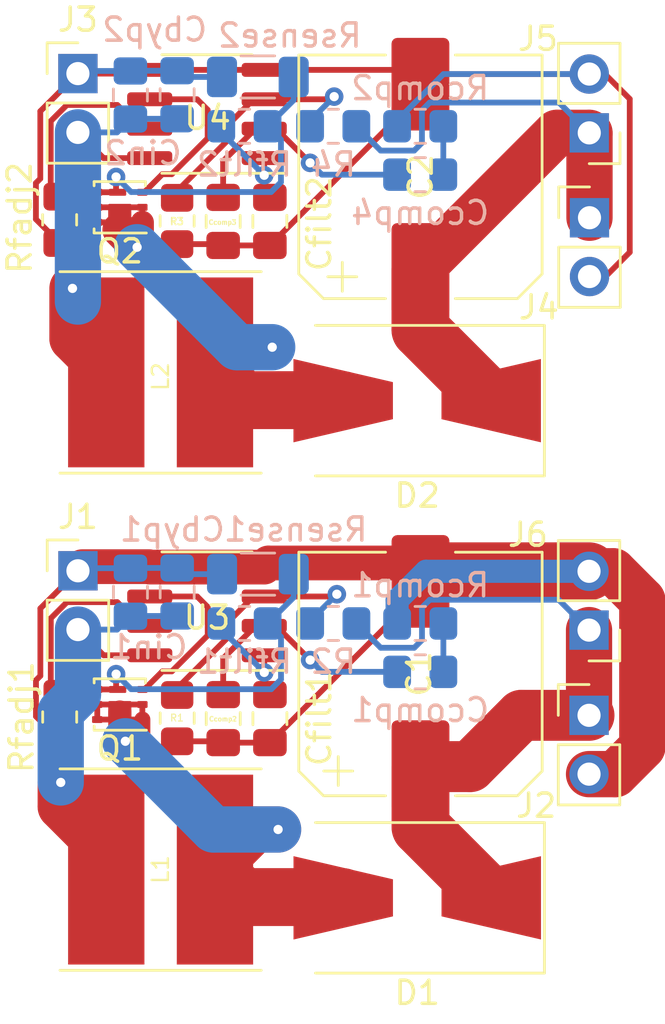
<source format=kicad_pcb>
(kicad_pcb (version 20211014) (generator pcbnew)
  (layers (0 "F.Cu" signal) (31 "B.Cu" signal) (34 "B.Paste" user) (35 "F.Paste" user) (36 "B.SilkS" user "B.Silkscreen") (37 "F.SilkS" user "F.Silkscreen") (38 "B.Mask" user) (39 "F.Mask" user) (44 "Edge.Cuts" user))
  (net 0 "")
  (net 1 "GND")
  (net 2 "Net-(C2-Pad1)")
  (net 3 "Net-(Cbyp1-Pad1)")
  (net 4 "Net-(Cbyp2-Pad1)")
  (net 5 "Net-(Ccomp1-Pad1)")
  (net 6 "Net-(Ccomp1-Pad2)")
  (net 7 "Net-(Ccomp3-Pad1)")
  (net 8 "Net-(Ccomp4-Pad2)")
  (net 9 "Net-(Cfilt1-Pad1)")
  (net 10 "Net-(Cfilt2-Pad1)")
  (net 11 "Net-(D1-Pad2)")
  (net 12 "Net-(D2-Pad2)")
  (net 13 "Net-(Q1-Pad3)")
  (net 14 "Net-(Q1-Pad4)")
  (net 15 "Net-(Q2-Pad3)")
  (net 16 "Net-(Q2-Pad4)")
  (net 17 "Net-(R1-Pad1)")
  (net 18 "Net-(R3-Pad1)")
  (net 19 "Net-(Rfadj1-Pad1)")
  (net 20 "Net-(Rfadj2-Pad1)")
  (net 21 "Net-(C1-Pad1)")
  (footprint "Connector_PinHeader_2.54mm:PinHeader_1x02_P2.54mm_Vertical" (layer "F.Cu") (at 25.38 19.425)
    (fp_text reference "J3" (at 0 -2.33) (layer "F.SilkS"))
    (fp_text value "Vin")
    (pad "1" thru_hole rect (at 0 0) (size 1.7 1.7) (drill 1) (layers *.Cu *.Mask) (net 1 "GND"))
    (pad "2" thru_hole oval (at 0 2.54) (size 1.7 1.7) (drill 1) (layers *.Cu *.Mask) (net 4 "Net-(Cbyp2-Pad1)"))
  )
  (footprint "Capacitor_SMD:C_0805_2012Metric_Pad1.18x1.45mm_HandSolder" (layer "F.Cu") (at 31.66 25.81 -90)
    (fp_text reference "Ccomp3" (at 0.04 0.03 180) (layer "F.SilkS") (effects (font (size 0.2 0.2) (thickness 0.05))))
    (fp_text value "2.2nF")
    (pad "1" smd roundrect (at -1.0375 0 270) (size 1.175 1.45) (layers "F.Cu" "F.Paste" "F.Mask") (roundrect_rratio 0.212766) (net 7 "Net-(Ccomp3-Pad1)"))
    (pad "2" smd roundrect (at 1.0375 0 270) (size 1.175 1.45) (layers "F.Cu" "F.Paste" "F.Mask") (roundrect_rratio 0.212766) (net 1 "GND"))
  )
  (footprint "Package_SON:Texas_DQK" (layer "F.Cu") (at 27.19 25.2 180)
    (fp_text reference "Q2" (at 0 -1.9) (layer "F.SilkS"))
    (fp_text value "CSD16301Q2")
    (pad "1" smd roundrect (at -0.975 -0.65 180) (size 0.45 0.3) (layers "F.Cu" "F.Paste" "F.Mask") (roundrect_rratio 0.167) (net 12 "Net-(D2-Pad2)"))
    (pad "2" smd roundrect (at -0.975 0 180) (size 0.45 0.3) (layers "F.Cu" "F.Paste" "F.Mask") (roundrect_rratio 0.167) (net 12 "Net-(D2-Pad2)"))
    (pad "3" smd roundrect (at -0.975 0.65 180) (size 0.45 0.3) (layers "F.Cu" "F.Paste" "F.Mask") (roundrect_rratio 0.167) (net 15 "Net-(Q2-Pad3)"))
    (pad "4" smd roundrect (at 0.975 0.65 180) (size 0.45 0.3) (layers "F.Cu" "F.Paste" "F.Mask") (roundrect_rratio 0.167) (net 16 "Net-(Q2-Pad4)"))
    (pad "5" smd roundrect (at 0.975 0 180) (size 0.45 0.3) (layers "F.Cu" "F.Paste" "F.Mask") (roundrect_rratio 0.167) (net 12 "Net-(D2-Pad2)"))
    (pad "6" smd roundrect (at 0.975 -0.65 180) (size 0.45 0.3) (layers "F.Cu" "F.Paste" "F.Mask") (roundrect_rratio 0.167) (net 12 "Net-(D2-Pad2)"))
    (pad "7" smd roundrect (at 0.095 0.65 180) (size 0.75 0.3) (layers "F.Cu" "F.Mask") (roundrect_rratio 0.167) (net 16 "Net-(Q2-Pad4)"))
    (pad "8" smd roundrect (at 0 -0.325 180) (size 1 0.95) (layers "F.Cu" "F.Mask") (roundrect_rratio 0.053) (net 12 "Net-(D2-Pad2)"))
  )
  (footprint "Capacitor_SMD:C_0805_2012Metric_Pad1.18x1.45mm_HandSolder" (layer "F.Cu") (at 33.68 25.81 -90)
    (fp_text reference "Cfilt2" (at 0.098 -2.134 90) (layer "F.SilkS"))
    (fp_text value "10ρF")
    (pad "1" smd roundrect (at -1.0375 0 270) (size 1.175 1.45) (layers "F.Cu" "F.Paste" "F.Mask") (roundrect_rratio 0.212766) (net 10 "Net-(Cfilt2-Pad1)"))
    (pad "2" smd roundrect (at 1.0375 0 270) (size 1.175 1.45) (layers "F.Cu" "F.Paste" "F.Mask") (roundrect_rratio 0.212766) (net 1 "GND"))
  )
  (footprint "Capacitor_SMD:C_0805_2012Metric_Pad1.18x1.45mm_HandSolder" (layer "F.Cu") (at 31.6625 47.2825 -90)
    (fp_text reference "Ccomp2" (at 0.0175 0.0125 180) (layer "F.SilkS") (effects (font (size 0.2 0.2) (thickness 0.05))))
    (fp_text value "1.0nF")
    (pad "1" smd roundrect (at -1.0375 0 270) (size 1.175 1.45) (layers "F.Cu" "F.Paste" "F.Mask") (roundrect_rratio 0.212766) (net 5 "Net-(Ccomp1-Pad1)"))
    (pad "2" smd roundrect (at 1.0375 0 270) (size 1.175 1.45) (layers "F.Cu" "F.Paste" "F.Mask") (roundrect_rratio 0.212766) (net 1 "GND"))
  )
  (footprint "Package_SON:Texas_DQK" (layer "F.Cu") (at 27.1925 46.6725 180)
    (fp_text reference "Q1" (at 0 -1.9) (layer "F.SilkS"))
    (fp_text value "CSD16301Q2")
    (pad "1" smd roundrect (at -0.975 -0.65 180) (size 0.45 0.3) (layers "F.Cu" "F.Paste" "F.Mask") (roundrect_rratio 0.167) (net 11 "Net-(D1-Pad2)"))
    (pad "2" smd roundrect (at -0.975 0 180) (size 0.45 0.3) (layers "F.Cu" "F.Paste" "F.Mask") (roundrect_rratio 0.167) (net 11 "Net-(D1-Pad2)"))
    (pad "3" smd roundrect (at -0.975 0.65 180) (size 0.45 0.3) (layers "F.Cu" "F.Paste" "F.Mask") (roundrect_rratio 0.167) (net 13 "Net-(Q1-Pad3)"))
    (pad "4" smd roundrect (at 0.975 0.65 180) (size 0.45 0.3) (layers "F.Cu" "F.Paste" "F.Mask") (roundrect_rratio 0.167) (net 14 "Net-(Q1-Pad4)"))
    (pad "5" smd roundrect (at 0.975 0 180) (size 0.45 0.3) (layers "F.Cu" "F.Paste" "F.Mask") (roundrect_rratio 0.167) (net 11 "Net-(D1-Pad2)"))
    (pad "6" smd roundrect (at 0.975 -0.65 180) (size 0.45 0.3) (layers "F.Cu" "F.Paste" "F.Mask") (roundrect_rratio 0.167) (net 11 "Net-(D1-Pad2)"))
    (pad "7" smd roundrect (at 0.095 0.65 180) (size 0.75 0.3) (layers "F.Cu" "F.Mask") (roundrect_rratio 0.167) (net 14 "Net-(Q1-Pad4)"))
    (pad "8" smd roundrect (at 0 -0.325 180) (size 1 0.95) (layers "F.Cu" "F.Mask") (roundrect_rratio 0.053) (net 11 "Net-(D1-Pad2)"))
  )
  (footprint "Resistor_SMD:R_0805_2012Metric_Pad1.20x1.40mm_HandSolder" (layer "F.Cu") (at 29.6725 47.2625 -90)
    (fp_text reference "R1" (at -0.0125 0.0125 180) (layer "F.SilkS") (effects (font (size 0.3 0.3) (thickness 0.05))))
    (fp_text value "1k")
    (pad "1" smd roundrect (at -1 0 270) (size 1.2 1.4) (layers "F.Cu" "F.Paste" "F.Mask") (roundrect_rratio 0.208333) (net 17 "Net-(R1-Pad1)"))
    (pad "2" smd roundrect (at 1 0 270) (size 1.2 1.4) (layers "F.Cu" "F.Paste" "F.Mask") (roundrect_rratio 0.208333) (net 1 "GND"))
  )
  (footprint "Package_SO:SOIC-8-1EP_3.9x4.9mm_P1.27mm_EP2.29x3mm" (layer "F.Cu") (at 30.96 21.17 180)
    (fp_text reference "U4" (at -0.028 -0.166) (layer "F.SilkS"))
    (fp_text value "LM3478MM")
    (pad "1" smd roundrect (at -2.475 -1.905 180) (size 1.95 0.6) (layers "F.Cu" "F.Paste" "F.Mask") (net 10 "Net-(Cfilt2-Pad1)"))
    (pad "2" smd roundrect (at -2.475 -0.635 180) (size 1.95 0.6) (layers "F.Cu" "F.Paste" "F.Mask") (net 7 "Net-(Ccomp3-Pad1)"))
    (pad "3" smd roundrect (at -2.475 0.635 180) (size 1.95 0.6) (layers "F.Cu" "F.Paste" "F.Mask") (net 18 "Net-(R3-Pad1)"))
    (pad "4" smd roundrect (at -2.475 1.905 180) (size 1.95 0.6) (layers "F.Cu" "F.Paste" "F.Mask") (net 1 "GND"))
    (pad "5" smd roundrect (at 2.475 1.905 180) (size 1.95 0.6) (layers "F.Cu" "F.Paste" "F.Mask") (net 1 "GND"))
    (pad "6" smd roundrect (at 2.475 0.635 180) (size 1.95 0.6) (layers "F.Cu" "F.Paste" "F.Mask") (net 15 "Net-(Q2-Pad3)"))
    (pad "7" smd roundrect (at 2.475 -0.635 180) (size 1.95 0.6) (layers "F.Cu" "F.Paste" "F.Mask") (net 20 "Net-(Rfadj2-Pad1)"))
    (pad "8" smd roundrect (at 2.475 -1.905 180) (size 1.95 0.6) (layers "F.Cu" "F.Paste" "F.Mask") (net 4 "Net-(Cbyp2-Pad1)"))
  )
  (footprint "Inductor_SMD:L_TDK_VLP8040" (layer "F.Cu") (at 28.956 32.33)
    (fp_text reference "L2" (at 0 0.182 90) (layer "F.SilkS") (effects (font (size 0.7 0.7) (thickness 0.1))))
    (fp_text value "3.3µH")
    (pad "1" smd rect (at -2.35 0) (size 3.3 8.2) (layers "F.Cu" "F.Paste" "F.Mask") (net 4 "Net-(Cbyp2-Pad1)"))
    (pad "2" smd rect (at 2.35 0) (size 3.3 8.2) (layers "F.Cu" "F.Paste" "F.Mask") (net 12 "Net-(D2-Pad2)"))
  )
  (footprint "Connector_PinHeader_2.54mm:PinHeader_1x02_P2.54mm_Vertical" (layer "F.Cu") (at 47.48 43.46 180)
    (fp_text reference "J6" (at 2.64 4.12) (layer "F.SilkS"))
    (fp_text value "Vout")
    (pad "1" thru_hole rect (at 0 0 180) (size 1.7 1.7) (drill 1) (layers *.Cu *.Mask) (net 21 "Net-(C1-Pad1)"))
    (pad "2" thru_hole oval (at 0 2.54 180) (size 1.7 1.7) (drill 1) (layers *.Cu *.Mask) (net 1 "GND"))
  )
  (footprint "Capacitor_SMD:CP_Elec_10x10" (layer "F.Cu") (at 40.19 23.8825 90)
    (fp_text reference "C2" (at -0.0075 0.01 90) (layer "F.SilkS"))
    (fp_text value "180.0μF")
    (pad "1" smd roundrect (at -4 0 90) (size 4 2.5) (layers "F.Cu" "F.Paste" "F.Mask") (roundrect_rratio 0.1) (net 2 "Net-(C2-Pad1)"))
    (pad "2" smd roundrect (at 4 0 90) (size 4 2.5) (layers "F.Cu" "F.Paste" "F.Mask") (roundrect_rratio 0.1) (net 1 "GND"))
  )
  (footprint "Capacitor_SMD:CP_Elec_10x10" (layer "F.Cu") (at 40.1925 45.355 90)
    (fp_text reference "C1" (at 0 -0.0605 90) (layer "F.SilkS"))
    (fp_text value "180.0μF")
    (pad "1" smd roundrect (at -4 0 90) (size 4 2.5) (layers "F.Cu" "F.Paste" "F.Mask") (roundrect_rratio 0.1) (net 21 "Net-(C1-Pad1)"))
    (pad "2" smd roundrect (at 4 0 90) (size 4 2.5) (layers "F.Cu" "F.Paste" "F.Mask") (roundrect_rratio 0.1) (net 1 "GND"))
  )
  (footprint "Resistor_SMD:R_0805_2012Metric_Pad1.20x1.40mm_HandSolder" (layer "F.Cu") (at 24.59 25.74 -90)
    (fp_text reference "Rfadj2" (at -0.086 1.73 90) (layer "F.SilkS"))
    (fp_text value "26.7k")
    (pad "1" smd roundrect (at -1 0 270) (size 1.2 1.4) (layers "F.Cu" "F.Paste" "F.Mask") (roundrect_rratio 0.208333) (net 20 "Net-(Rfadj2-Pad1)"))
    (pad "2" smd roundrect (at 1 0 270) (size 1.2 1.4) (layers "F.Cu" "F.Paste" "F.Mask") (roundrect_rratio 0.208333) (net 1 "GND"))
  )
  (footprint "Diode_SMD:D_SMB-SMC_Universal_Handsoldering" (layer "F.Cu") (at 40.05 33.55 180)
    (fp_text reference "D2" (at 0 -4.1) (layer "F.SilkS"))
    (fp_text value "D_Schottky")
    (pad "1" smd trapezoid (at -3.2 0 180) (size 4.3 2.6) (rect_delta 1 0) (layers "F.Cu" "F.Paste" "F.Mask") (net 2 "Net-(C2-Pad1)"))
    (pad "2" smd trapezoid (at 3.2 0) (size 4.3 2.6) (rect_delta 1 0) (layers "F.Cu" "F.Paste" "F.Mask") (net 12 "Net-(D2-Pad2)"))
  )
  (footprint "Capacitor_SMD:C_0805_2012Metric_Pad1.18x1.45mm_HandSolder" (layer "F.Cu") (at 33.6825 47.2825 -90)
    (fp_text reference "Cfilt1" (at 0 -2.1315 90) (layer "F.SilkS"))
    (fp_text value "10ρF")
    (pad "1" smd roundrect (at -1.0375 0 270) (size 1.175 1.45) (layers "F.Cu" "F.Paste" "F.Mask") (roundrect_rratio 0.212766) (net 9 "Net-(Cfilt1-Pad1)"))
    (pad "2" smd roundrect (at 1.0375 0 270) (size 1.175 1.45) (layers "F.Cu" "F.Paste" "F.Mask") (roundrect_rratio 0.212766) (net 1 "GND"))
  )
  (footprint "Resistor_SMD:R_0805_2012Metric_Pad1.20x1.40mm_HandSolder" (layer "F.Cu") (at 24.5925 47.2125 -90)
    (fp_text reference "Rfadj1" (at 0.0075 1.6525 90) (layer "F.SilkS"))
    (fp_text value "26.7k")
    (pad "1" smd roundrect (at -1 0 270) (size 1.2 1.4) (layers "F.Cu" "F.Paste" "F.Mask") (roundrect_rratio 0.208333) (net 19 "Net-(Rfadj1-Pad1)"))
    (pad "2" smd roundrect (at 1 0 270) (size 1.2 1.4) (layers "F.Cu" "F.Paste" "F.Mask") (roundrect_rratio 0.208333) (net 1 "GND"))
  )
  (footprint "Resistor_SMD:R_0805_2012Metric_Pad1.20x1.40mm_HandSolder" (layer "F.Cu") (at 29.67 25.79 -90)
    (fp_text reference "R3" (at 0.02 0.01) (layer "F.SilkS") (effects (font (size 0.3 0.3) (thickness 0.07))))
    (fp_text value "1k")
    (pad "1" smd roundrect (at -1 0 270) (size 1.2 1.4) (layers "F.Cu" "F.Paste" "F.Mask") (roundrect_rratio 0.208333) (net 18 "Net-(R3-Pad1)"))
    (pad "2" smd roundrect (at 1 0 270) (size 1.2 1.4) (layers "F.Cu" "F.Paste" "F.Mask") (roundrect_rratio 0.208333) (net 1 "GND"))
  )
  (footprint "Inductor_SMD:L_TDK_VLP8040" (layer "F.Cu") (at 28.956 53.8025)
    (fp_text reference "L1" (at -0.006 -0.0025 90) (layer "F.SilkS") (effects (font (size 0.7 0.7) (thickness 0.1))))
    (fp_text value "2.7µH")
    (pad "1" smd rect (at -2.35 0) (size 3.3 8.2) (layers "F.Cu" "F.Paste" "F.Mask") (net 3 "Net-(Cbyp1-Pad1)"))
    (pad "2" smd rect (at 2.35 0) (size 3.3 8.2) (layers "F.Cu" "F.Paste" "F.Mask") (net 11 "Net-(D1-Pad2)"))
  )
  (footprint "Connector_PinHeader_2.54mm:PinHeader_1x02_P2.54mm_Vertical" (layer "F.Cu") (at 47.5 25.65)
    (fp_text reference "J5" (at -2.23 -7.73) (layer "F.SilkS"))
    (fp_text value "Vout")
    (pad "1" thru_hole rect (at 0 0) (size 1.7 1.7) (drill 1) (layers *.Cu *.Mask) (net 2 "Net-(C2-Pad1)"))
    (pad "2" thru_hole oval (at 0 2.54) (size 1.7 1.7) (drill 1) (layers *.Cu *.Mask) (net 1 "GND"))
  )
  (footprint "Connector_PinHeader_2.54mm:PinHeader_1x02_P2.54mm_Vertical" (layer "F.Cu") (at 47.49 21.985 180)
    (fp_text reference "J4" (at 2.18 -7.535) (layer "F.SilkS"))
    (fp_text value "Vout")
    (pad "1" thru_hole rect (at 0 0 180) (size 1.7 1.7) (drill 1) (layers *.Cu *.Mask) (net 2 "Net-(C2-Pad1)"))
    (pad "2" thru_hole oval (at 0 2.54 180) (size 1.7 1.7) (drill 1) (layers *.Cu *.Mask) (net 1 "GND"))
  )
  (footprint "Package_SO:SOIC-8-1EP_3.9x4.9mm_P1.27mm_EP2.29x3mm" (layer "F.Cu") (at 30.9625 42.6425 180)
    (fp_text reference "U3" (at 0 -0.2775) (layer "F.SilkS"))
    (fp_text value "LM3478MM")
    (pad "1" smd roundrect (at -2.475 -1.905 180) (size 1.95 0.6) (layers "F.Cu" "F.Paste" "F.Mask") (net 9 "Net-(Cfilt1-Pad1)"))
    (pad "2" smd roundrect (at -2.475 -0.635 180) (size 1.95 0.6) (layers "F.Cu" "F.Paste" "F.Mask") (net 5 "Net-(Ccomp1-Pad1)"))
    (pad "3" smd roundrect (at -2.475 0.635 180) (size 1.95 0.6) (layers "F.Cu" "F.Paste" "F.Mask") (net 17 "Net-(R1-Pad1)"))
    (pad "4" smd roundrect (at -2.475 1.905 180) (size 1.95 0.6) (layers "F.Cu" "F.Paste" "F.Mask") (net 1 "GND"))
    (pad "5" smd roundrect (at 2.475 1.905 180) (size 1.95 0.6) (layers "F.Cu" "F.Paste" "F.Mask") (net 1 "GND"))
    (pad "6" smd roundrect (at 2.475 0.635 180) (size 1.95 0.6) (layers "F.Cu" "F.Paste" "F.Mask") (net 13 "Net-(Q1-Pad3)"))
    (pad "7" smd roundrect (at 2.475 -0.635 180) (size 1.95 0.6) (layers "F.Cu" "F.Paste" "F.Mask") (net 19 "Net-(Rfadj1-Pad1)"))
    (pad "8" smd roundrect (at 2.475 -1.905 180) (size 1.95 0.6) (layers "F.Cu" "F.Paste" "F.Mask") (net 3 "Net-(Cbyp1-Pad1)"))
  )
  (footprint "Connector_PinHeader_2.54mm:PinHeader_1x02_P2.54mm_Vertical" (layer "F.Cu") (at 25.3825 40.8975)
    (fp_text reference "J1" (at 0 -2.33) (layer "F.SilkS"))
    (fp_text value "Vin")
    (pad "1" thru_hole rect (at 0 0) (size 1.7 1.7) (drill 1) (layers *.Cu *.Mask) (net 1 "GND"))
    (pad "2" thru_hole oval (at 0 2.54) (size 1.7 1.7) (drill 1) (layers *.Cu *.Mask) (net 3 "Net-(Cbyp1-Pad1)"))
  )
  (footprint "Diode_SMD:D_SMB-SMC_Universal_Handsoldering" (layer "F.Cu") (at 40.0525 55.0225 180)
    (fp_text reference "D1" (at 0 -4.1) (layer "F.SilkS"))
    (fp_text value "D_Schottky")
    (pad "1" smd trapezoid (at -3.2 0 180) (size 4.3 2.6) (rect_delta 1 0) (layers "F.Cu" "F.Paste" "F.Mask") (net 21 "Net-(C1-Pad1)"))
    (pad "2" smd trapezoid (at 3.2 0) (size 4.3 2.6) (rect_delta 1 0) (layers "F.Cu" "F.Paste" "F.Mask") (net 11 "Net-(D1-Pad2)"))
  )
  (footprint "Connector_PinHeader_2.54mm:PinHeader_1x02_P2.54mm_Vertical" (layer "F.Cu") (at 47.48 47.14)
    (fp_text reference "J2" (at -2.28 3.9) (layer "F.SilkS"))
    (fp_text value "Vout")
    (pad "1" thru_hole rect (at 0 0) (size 1.7 1.7) (drill 1) (layers *.Cu *.Mask) (net 21 "Net-(C1-Pad1)"))
    (pad "2" thru_hole oval (at 0 2.54) (size 1.7 1.7) (drill 1) (layers *.Cu *.Mask) (net 1 "GND"))
  )
  (footprint "Resistor_SMD:R_0805_2012Metric_Pad1.20x1.40mm_HandSolder" (layer "B.Cu") (at 40.1825 45.2625)
    (fp_text reference "Ccomp1" (at 0 1.65) (layer "B.SilkS") (effects (justify mirror)))
    (fp_text value "18.0nF")
    (pad "1" smd roundrect (at -1 0) (size 1.2 1.4) (layers "B.Cu" "B.Paste" "B.Mask") (roundrect_rratio 0.208333) (net 5 "Net-(Ccomp1-Pad1)"))
    (pad "2" smd roundrect (at 1 0) (size 1.2 1.4) (layers "B.Cu" "B.Paste" "B.Mask") (roundrect_rratio 0.208333) (net 6 "Net-(Ccomp1-Pad2)"))
  )
  (footprint "Resistor_SMD:R_1206_3216Metric_Pad1.30x1.75mm_HandSolder" (layer "B.Cu") (at 33.1625 41.0425 180)
    (fp_text reference "Rsense1" (at -1.6355 1.9265) (layer "B.SilkS") (effects (justify mirror)))
    (fp_text value "16m")
    (pad "1" smd roundrect (at -1.55 0 180) (size 1.3 1.75) (layers "B.Cu" "B.Paste" "B.Mask") (roundrect_rratio 0.192308) (net 14 "Net-(Q1-Pad4)"))
    (pad "2" smd roundrect (at 1.55 0 180) (size 1.3 1.75) (layers "B.Cu" "B.Paste" "B.Mask") (roundrect_rratio 0.192308) (net 1 "GND"))
  )
  (footprint "Resistor_SMD:R_0805_2012Metric_Pad1.20x1.40mm_HandSolder" (layer "B.Cu") (at 40.18 21.7 180)
    (fp_text reference "Rcomp2" (at 0 1.65) (layer "B.SilkS") (effects (justify mirror)))
    (fp_text value "2.15k")
    (pad "1" smd roundrect (at -1 0 180) (size 1.2 1.4) (layers "B.Cu" "B.Paste" "B.Mask") (roundrect_rratio 0.208333) (net 8 "Net-(Ccomp4-Pad2)"))
    (pad "2" smd roundrect (at 1 0 180) (size 1.2 1.4) (layers "B.Cu" "B.Paste" "B.Mask") (roundrect_rratio 0.208333) (net 1 "GND"))
  )
  (footprint "Capacitor_SMD:C_0805_2012Metric_Pad1.18x1.45mm_HandSolder" (layer "B.Cu") (at 29.67 20.34 90)
    (fp_text reference "Cbyp2" (at 2.814 -0.968 180) (layer "B.SilkS") (effects (justify mirror)))
    (fp_text value "100nF")
    (pad "1" smd roundrect (at -1.0375 0 90) (size 1.175 1.45) (layers "B.Cu" "B.Paste" "B.Mask") (roundrect_rratio 0.212766) (net 4 "Net-(Cbyp2-Pad1)"))
    (pad "2" smd roundrect (at 1.0375 0 90) (size 1.175 1.45) (layers "B.Cu" "B.Paste" "B.Mask") (roundrect_rratio 0.212766) (net 1 "GND"))
  )
  (footprint "Capacitor_SMD:C_0805_2012Metric_Pad1.18x1.45mm_HandSolder" (layer "B.Cu") (at 27.6525 41.8225 90)
    (fp_text reference "Cin1" (at -2.3735 0.7955) (layer "B.SilkS") (effects (justify mirror)))
    (fp_text value "100µF")
    (pad "1" smd roundrect (at -1.0375 0 90) (size 1.175 1.45) (layers "B.Cu" "B.Paste" "B.Mask") (roundrect_rratio 0.212766) (net 3 "Net-(Cbyp1-Pad1)"))
    (pad "2" smd roundrect (at 1.0375 0 90) (size 1.175 1.45) (layers "B.Cu" "B.Paste" "B.Mask") (roundrect_rratio 0.212766) (net 1 "GND"))
  )
  (footprint "Resistor_SMD:R_0805_2012Metric_Pad1.20x1.40mm_HandSolder" (layer "B.Cu") (at 36.42 21.7)
    (fp_text reference "R4" (at 0 1.65) (layer "B.SilkS") (effects (justify mirror)))
    (fp_text value "3.74k")
    (pad "1" smd roundrect (at -1 0) (size 1.2 1.4) (layers "B.Cu" "B.Paste" "B.Mask") (roundrect_rratio 0.208333) (net 18 "Net-(R3-Pad1)"))
    (pad "2" smd roundrect (at 1 0) (size 1.2 1.4) (layers "B.Cu" "B.Paste" "B.Mask") (roundrect_rratio 0.208333) (net 2 "Net-(C2-Pad1)"))
  )
  (footprint "Resistor_SMD:R_0805_2012Metric_Pad1.20x1.40mm_HandSolder" (layer "B.Cu") (at 40.1825 43.1725 180)
    (fp_text reference "Rcomp1" (at 0 1.65) (layer "B.SilkS") (effects (justify mirror)))
    (fp_text value "2.74k")
    (pad "1" smd roundrect (at -1 0 180) (size 1.2 1.4) (layers "B.Cu" "B.Paste" "B.Mask") (roundrect_rratio 0.208333) (net 6 "Net-(Ccomp1-Pad2)"))
    (pad "2" smd roundrect (at 1 0 180) (size 1.2 1.4) (layers "B.Cu" "B.Paste" "B.Mask") (roundrect_rratio 0.208333) (net 1 "GND"))
  )
  (footprint "Resistor_SMD:R_1206_3216Metric_Pad1.30x1.75mm_HandSolder" (layer "B.Cu") (at 33.16 19.57 180)
    (fp_text reference "Rsense2" (at -1.384 1.79) (layer "B.SilkS") (effects (justify mirror)))
    (fp_text value "10m")
    (pad "1" smd roundrect (at -1.55 0 180) (size 1.3 1.75) (layers "B.Cu" "B.Paste" "B.Mask") (roundrect_rratio 0.192308) (net 16 "Net-(Q2-Pad4)"))
    (pad "2" smd roundrect (at 1.55 0 180) (size 1.3 1.75) (layers "B.Cu" "B.Paste" "B.Mask") (roundrect_rratio 0.192308) (net 1 "GND"))
  )
  (footprint "Capacitor_SMD:C_0805_2012Metric_Pad1.18x1.45mm_HandSolder" (layer "B.Cu") (at 29.6725 41.8125 90)
    (fp_text reference "Cbyp1" (at 2.6965 -0.2085 180) (layer "B.SilkS") (effects (justify mirror)))
    (fp_text value "100nF")
    (pad "1" smd roundrect (at -1.0375 0 90) (size 1.175 1.45) (layers "B.Cu" "B.Paste" "B.Mask") (roundrect_rratio 0.212766) (net 3 "Net-(Cbyp1-Pad1)"))
    (pad "2" smd roundrect (at 1.0375 0 90) (size 1.175 1.45) (layers "B.Cu" "B.Paste" "B.Mask") (roundrect_rratio 0.212766) (net 1 "GND"))
  )
  (footprint "Resistor_SMD:R_0805_2012Metric_Pad1.20x1.40mm_HandSolder" (layer "B.Cu") (at 36.4225 43.1725)
    (fp_text reference "R2" (at 0 1.65) (layer "B.SilkS") (effects (justify mirror)))
    (fp_text value "3.74k")
    (pad "1" smd roundrect (at -1 0) (size 1.2 1.4) (layers "B.Cu" "B.Paste" "B.Mask") (roundrect_rratio 0.208333) (net 17 "Net-(R1-Pad1)"))
    (pad "2" smd roundrect (at 1 0) (size 1.2 1.4) (layers "B.Cu" "B.Paste" "B.Mask") (roundrect_rratio 0.208333) (net 21 "Net-(C1-Pad1)"))
  )
  (footprint "Resistor_SMD:R_0805_2012Metric_Pad1.20x1.40mm_HandSolder" (layer "B.Cu") (at 40.18 23.79)
    (fp_text reference "Ccomp4" (at 0 1.65) (layer "B.SilkS") (effects (justify mirror)))
    (fp_text value "47.0nF")
    (pad "1" smd roundrect (at -1 0) (size 1.2 1.4) (layers "B.Cu" "B.Paste" "B.Mask") (roundrect_rratio 0.208333) (net 7 "Net-(Ccomp3-Pad1)"))
    (pad "2" smd roundrect (at 1 0) (size 1.2 1.4) (layers "B.Cu" "B.Paste" "B.Mask") (roundrect_rratio 0.208333) (net 8 "Net-(Ccomp4-Pad2)"))
  )
  (footprint "Capacitor_SMD:C_0805_2012Metric_Pad1.18x1.45mm_HandSolder" (layer "B.Cu") (at 27.65 20.35 90)
    (fp_text reference "Cin2" (at -2.51 0.544 180) (layer "B.SilkS") (effects (justify mirror)))
    (fp_text value "220µF")
    (pad "1" smd roundrect (at -1.0375 0 90) (size 1.175 1.45) (layers "B.Cu" "B.Paste" "B.Mask") (roundrect_rratio 0.212766) (net 4 "Net-(Cbyp2-Pad1)"))
    (pad "2" smd roundrect (at 1.0375 0 90) (size 1.175 1.45) (layers "B.Cu" "B.Paste" "B.Mask") (roundrect_rratio 0.212766) (net 1 "GND"))
  )
  (footprint "Resistor_SMD:R_0805_2012Metric_Pad1.20x1.40mm_HandSolder" (layer "B.Cu") (at 32.5825 43.1725)
    (fp_text reference "Rfilt1" (at 0 1.65) (layer "B.SilkS") (effects (justify mirror)))
    (fp_text value "100")
    (pad "1" smd roundrect (at -1 0) (size 1.2 1.4) (layers "B.Cu" "B.Paste" "B.Mask") (roundrect_rratio 0.208333) (net 9 "Net-(Cfilt1-Pad1)"))
    (pad "2" smd roundrect (at 1 0) (size 1.2 1.4) (layers "B.Cu" "B.Paste" "B.Mask") (roundrect_rratio 0.208333) (net 14 "Net-(Q1-Pad4)"))
  )
  (footprint "Resistor_SMD:R_0805_2012Metric_Pad1.20x1.40mm_HandSolder" (layer "B.Cu") (at 32.58 21.7)
    (fp_text reference "Rfilt2" (at 0 1.65) (layer "B.SilkS") (effects (justify mirror)))
    (fp_text value "100")
    (pad "1" smd roundrect (at -1 0) (size 1.2 1.4) (layers "B.Cu" "B.Paste" "B.Mask") (roundrect_rratio 0.208333) (net 10 "Net-(Cfilt2-Pad1)"))
    (pad "2" smd roundrect (at 1 0) (size 1.2 1.4) (layers "B.Cu" "B.Paste" "B.Mask") (roundrect_rratio 0.208333) (net 16 "Net-(Q2-Pad4)"))
  )
  (segment (start 33.4375 40.7375) (end 33.6145 40.5605) (width 1.5) (layer "F.Cu") (net 1))
  (segment (start 40.19 19.8825) (end 40.6275 19.445) (width 0.25) (layer "F.Cu") (net 1))
  (segment (start 31.6025 26.79) (end 31.66 26.8475) (width 0.25) (layer "F.Cu") (net 1))
  (segment (start 48.19 28.19) (end 49.24 27.14) (width 0.25) (layer "F.Cu") (net 1))
  (segment (start 40.6275 40.92) (end 47.48 40.92) (width 2.5) (layer "F.Cu") (net 1))
  (segment (start 40.1925 41.355) (end 40.6275 40.92) (width 0.25) (layer "F.Cu") (net 1))
  (segment (start 23.7575 42.5225) (end 23.7575 45.434327) (width 0.25) (layer "F.Cu") (net 1))
  (segment (start 33.6825 48.32) (end 40.1925 41.81) (width 0.25) (layer "F.Cu") (net 1))
  (segment (start 33.6145 40.5605) (end 39.398 40.5605) (width 1.5) (layer "F.Cu") (net 1))
  (segment (start 31.66 26.8475) (end 33.68 26.8475) (width 0.25) (layer "F.Cu") (net 1))
  (segment (start 28.485 19.265) (end 33.435 19.265) (width 0.25) (layer "F.Cu") (net 1))
  (segment (start 23.755 23.961827) (end 23.565 24.151827) (width 0.25) (layer "F.Cu") (net 1))
  (segment (start 39.5725 19.265) (end 40.19 19.8825) (width 0.25) (layer "F.Cu") (net 1))
  (segment (start 33.435 19.265) (end 39.5725 19.265) (width 0.25) (layer "F.Cu") (net 1))
  (segment (start 49.24 27.14) (end 49.24 20.52) (width 0.25) (layer "F.Cu") (net 1))
  (segment (start 40.1925 41.81) (end 40.1925 41.355) (width 0.25) (layer "F.Cu") (net 1))
  (segment (start 28.485 19.265) (end 28.325 19.425) (width 0.25) (layer "F.Cu") (net 1))
  (segment (start 25.3825 40.8975) (end 23.7575 42.5225) (width 0.25) (layer "F.Cu") (net 1))
  (segment (start 49.24 20.52) (end 48.165 19.445) (width 0.25) (layer "F.Cu") (net 1))
  (segment (start 31.605 48.2625) (end 31.6625 48.32) (width 0.25) (layer "F.Cu") (net 1))
  (segment (start 47.48 40.92) (end 48.53 40.92) (width 2) (layer "F.Cu") (net 1))
  (segment (start 47.5 28.19) (end 48.19 28.19) (width 0.25) (layer "F.Cu") (net 1))
  (segment (start 23.755 21.05) (end 23.755 23.961827) (width 0.25) (layer "F.Cu") (net 1))
  (segment (start 23.5675 45.624327) (end 23.5675 47.1875) (width 0.25) (layer "F.Cu") (net 1))
  (segment (start 40.1925 41.355) (end 40.63 40.9175) (width 1) (layer "F.Cu") (net 1))
  (segment (start 23.5675 47.1875) (end 24.5925 48.2125) (width 0.25) (layer "F.Cu") (net 1))
  (segment (start 48.165 19.445) (end 47.49 19.445) (width 0.25) (layer "F.Cu") (net 1))
  (segment (start 28.325 19.425) (end 25.38 19.425) (width 0.25) (layer "F.Cu") (net 1))
  (segment (start 23.565 25.715) (end 24.59 26.74) (width 0.25) (layer "F.Cu") (net 1))
  (segment (start 23.565 24.151827) (end 23.565 25.715) (width 0.25) (layer "F.Cu") (net 1))
  (segment (start 31.6625 48.32) (end 33.6825 48.32) (width 0.25) (layer "F.Cu") (net 1))
  (segment (start 49.784 48.506) (end 48.61 49.68) (width 2) (layer "F.Cu") (net 1))
  (segment (start 25.56 40.72) (end 25.3825 40.8975) (width 1) (layer "F.Cu") (net 1))
  (segment (start 48.53 40.92) (end 49.784 42.174) (width 2) (layer "F.Cu") (net 1))
  (segment (start 33.68 26.8475) (end 40.19 20.3375) (width 0.25) (layer "F.Cu") (net 1))
  (segment (start 28.4875 40.7375) (end 33.4375 40.7375) (width 1.5) (layer "F.Cu") (net 1))
  (segment (start 40.19 20.3375) (end 40.19 19.8825) (width 0.25) (layer "F.Cu") (net 1))
  (segment (start 49.784 42.174) (end 49.784 48.506) (width 2) (layer "F.Cu") (net 1))
  (segment (start 25.38 19.425) (end 23.755 21.05) (width 0.25) (layer "F.Cu") (net 1))
  (segment (start 29.6725 48.2625) (end 31.605 48.2625) (width 0.25) (layer "F.Cu") (net 1))
  (segment (start 28.47 40.72) (end 25.56 40.72) (width 1.5) (layer "F.Cu") (net 1))
  (segment (start 23.7575 45.434327) (end 23.5675 45.624327) (width 0.25) (layer "F.Cu") (net 1))
  (segment (start 40.6275 19.445) (end 47.49 19.445) (width 0.25) (layer "F.Cu") (net 1))
  (segment (start 29.67 26.79) (end 31.6025 26.79) (width 0.25) (layer "F.Cu") (net 1))
  (segment (start 48.61 49.68) (end 47.48 49.68) (width 2) (layer "F.Cu") (net 1))
  (segment (start 28.4875 40.7375) (end 28.47 40.72) (width 1) (layer "F.Cu") (net 1))
  (segment (start 39.398 40.5605) (end 40.1925 41.355) (width 1.5) (layer "F.Cu") (net 1))
  (segment (start 39.1825 42.1675) (end 40.4325 40.9175) (width 1) (layer "B.Cu") (net 1))
  (segment (start 25.4925 19.3125) (end 25.38 19.425) (width 0.25) (layer "B.Cu") (net 1))
  (segment (start 41.186137 19.445) (end 47.49 19.445) (width 0.25) (layer "B.Cu") (net 1))
  (segment (start 39.18 21.7) (end 39.18 21.451137) (width 0.25) (layer "B.Cu") (net 1))
  (segment (start 31.6125 41.0425) (end 29.94 41.0425) (width 0.25) (layer "B.Cu") (net 1))
  (segment (start 29.94 41.0425) (end 29.6725 40.775) (width 0.25) (layer "B.Cu") (net 1))
  (segment (start 31.61 19.57) (end 29.9375 19.57) (width 0.25) (layer "B.Cu") (net 1))
  (segment (start 25.495 40.785) (end 25.3825 40.8975) (width 0.25) (layer "B.Cu") (net 1))
  (segment (start 27.6525 40.785) (end 25.495 40.785) (width 0.25) (layer "B.Cu") (net 1))
  (segment (start 40.435 40.92) (end 47.48 40.92) (width 1) (layer "B.Cu") (net 1))
  (segment (start 27.65 19.3125) (end 25.4925 19.3125) (width 0.25) (layer "B.Cu") (net 1))
  (segment (start 39.1825 43.1725) (end 39.1825 42.1675) (width 1) (layer "B.Cu") (net 1))
  (segment (start 29.67 19.3025) (end 27.66 19.3025) (width 0.25) (layer "B.Cu") (net 1))
  (segment (start 27.66 19.3025) (end 27.65 19.3125) (width 0.25) (layer "B.Cu") (net 1))
  (segment (start 29.9375 19.57) (end 29.67 19.3025) (width 0.25) (layer "B.Cu") (net 1))
  (segment (start 40.4325 40.9175) (end 40.435 40.92) (width 1) (layer "B.Cu") (net 1))
  (segment (start 39.18 21.451137) (end 41.186137 19.445) (width 0.25) (layer "B.Cu") (net 1))
  (segment (start 29.6725 40.775) (end 27.6625 40.775) (width 0.25) (layer "B.Cu") (net 1))
  (segment (start 27.6625 40.775) (end 27.6525 40.785) (width 0.25) (layer "B.Cu") (net 1))
  (segment (start 47.5 25.65) (end 47.5 21.995) (width 2) (layer "F.Cu") (net 2))
  (segment (start 46.0875 21.985) (end 40.19 27.8825) (width 2) (layer "F.Cu") (net 2))
  (segment (start 40.19 30.49) (end 43.25 33.55) (width 2.5) (layer "F.Cu") (net 2))
  (segment (start 47.49 21.985) (end 46.0875 21.985) (width 2) (layer "F.Cu") (net 2))
  (segment (start 47.5 21.995) (end 47.49 21.985) (width 2) (layer "F.Cu") (net 2))
  (segment (start 40.19 27.8825) (end 40.19 30.49) (width 2.5) (layer "F.Cu") (net 2))
  (segment (start 39.92 22.75) (end 40.255 22.415) (width 0.25) (layer "B.Cu") (net 2))
  (segment (start 40.255 21.011827) (end 40.591827 20.675) (width 0.25) (layer "B.Cu") (net 2))
  (segment (start 40.591827 20.675) (end 46.18 20.675) (width 0.25) (layer "B.Cu") (net 2))
  (segment (start 40.255 22.415) (end 40.255 21.011827) (width 0.25) (layer "B.Cu") (net 2))
  (segment (start 46.18 20.675) (end 47.49 21.985) (width 0.25) (layer "B.Cu") (net 2))
  (segment (start 37.42 21.7) (end 38.47 22.75) (width 0.25) (layer "B.Cu") (net 2))
  (segment (start 38.47 22.75) (end 39.92 22.75) (width 0.25) (layer "B.Cu") (net 2))
  (segment (start 26.4925 44.5475) (end 28.4875 44.5475) (width 0.25) (layer "F.Cu") (net 3))
  (segment (start 26.606 53.046) (end 24.638 51.078) (width 2) (layer "F.Cu") (net 3))
  (segment (start 25.3825 43.4375) (end 26.4925 44.5475) (width 0.25) (layer "F.Cu") (net 3))
  (segment (start 24.638 51.078) (end 24.638 50.038) (width 2) (layer "F.Cu") (net 3))
  (segment (start 26.606 53.8025) (end 26.606 53.046) (width 2) (layer "F.Cu") (net 3))
  (via (at 24.638 50.038) (size 0.8) (drill 0.4) (layers "F.Cu" "B.Cu") (net 3))
  (segment (start 25.3825 46.2455) (end 24.638 46.99) (width 2) (layer "B.Cu") (net 3))
  (segment (start 25.3825 43.4375) (end 25.3825 46.2455) (width 2) (layer "B.Cu") (net 3))
  (segment (start 27.6625 42.85) (end 27.6525 42.86) (width 0.25) (layer "B.Cu") (net 3))
  (segment (start 24.638 46.99) (end 24.638 50.038) (width 2) (layer "B.Cu") (net 3))
  (segment (start 29.6725 42.85) (end 27.6625 42.85) (width 0.25) (layer "B.Cu") (net 3))
  (segment (start 27.6525 42.86) (end 27.075 43.4375) (width 0.25) (layer "B.Cu") (net 3))
  (segment (start 27.075 43.4375) (end 25.3825 43.4375) (width 0.25) (layer "B.Cu") (net 3))
  (segment (start 25.146 30.87) (end 25.146 28.702) (width 2) (layer "F.Cu") (net 4))
  (segment (start 26.606 32.33) (end 25.146 30.87) (width 2) (layer "F.Cu") (net 4))
  (segment (start 25.38 21.965) (end 26.49 23.075) (width 0.25) (layer "F.Cu") (net 4))
  (segment (start 26.49 23.075) (end 28.485 23.075) (width 0.25) (layer "F.Cu") (net 4))
  (via (at 25.146 28.702) (size 0.8) (drill 0.4) (layers "F.Cu" "B.Cu") (net 4))
  (segment (start 25.146 29.036) (end 25.146 28.702) (width 0.25) (layer "B.Cu") (net 4))
  (segment (start 29.67 21.3775) (end 27.66 21.3775) (width 0.25) (layer "B.Cu") (net 4))
  (segment (start 25.38 29.27) (end 25.146 29.036) (width 0.25) (layer "B.Cu") (net 4))
  (segment (start 27.66 21.3775) (end 27.65 21.3875) (width 0.25) (layer "B.Cu") (net 4))
  (segment (start 27.65 21.3875) (end 27.0725 21.965) (width 0.25) (layer "B.Cu") (net 4))
  (segment (start 27.0725 21.965) (end 25.38 21.965) (width 0.25) (layer "B.Cu") (net 4))
  (segment (start 25.38 21.965) (end 25.38 29.27) (width 2) (layer "B.Cu") (net 4))
  (segment (start 33.9475 43.2775) (end 35.4225 44.7525) (width 0.25) (layer "F.Cu") (net 5))
  (segment (start 33.4375 43.2775) (end 33.9475 43.2775) (width 0.25) (layer "F.Cu") (net 5))
  (segment (start 31.6625 44.675749) (end 33.060749 43.2775) (width 0.25) (layer "F.Cu") (net 5))
  (segment (start 33.060749 43.2775) (end 33.4375 43.2775) (width 0.25) (layer "F.Cu") (net 5))
  (segment (start 31.6625 46.245) (end 31.6625 44.675749) (width 0.25) (layer "F.Cu") (net 5))
  (via (at 35.4225 44.7525) (size 0.8) (drill 0.4) (layers "F.Cu" "B.Cu") (net 5))
  (segment (start 35.9325 45.2625) (end 39.1825 45.2625) (width 0.25) (layer "B.Cu") (net 5))
  (segment (start 35.4225 44.7525) (end 35.9325 45.2625) (width 0.25) (layer "B.Cu") (net 5))
  (segment (start 41.1825 45.1325) (end 41.1825 43.1725) (width 0.25) (layer "B.Cu") (net 6))
  (segment (start 31.66 23.203249) (end 33.058249 21.805) (width 0.25) (layer "F.Cu") (net 7))
  (segment (start 33.945 21.805) (end 35.42 23.28) (width 0.25) (layer "F.Cu") (net 7))
  (segment (start 31.66 24.7725) (end 31.66 23.203249) (width 0.25) (layer "F.Cu") (net 7))
  (segment (start 33.058249 21.805) (end 33.435 21.805) (width 0.25) (layer "F.Cu") (net 7))
  (segment (start 33.435 21.805) (end 33.945 21.805) (width 0.25) (layer "F.Cu") (net 7))
  (via (at 35.42 23.28) (size 0.8) (drill 0.4) (layers "F.Cu" "B.Cu") (net 7))
  (segment (start 35.42 23.28) (end 35.93 23.79) (width 0.25) (layer "B.Cu") (net 7))
  (segment (start 35.93 23.79) (end 39.18 23.79) (width 0.25) (layer "B.Cu") (net 7))
  (segment (start 41.18 23.66) (end 41.18 21.7) (width 0.25) (layer "B.Cu") (net 8))
  (segment (start 33.4375 44.5475) (end 33.4375 45.2875) (width 0.25) (layer "F.Cu") (net 9))
  (segment (start 33.4375 46) (end 33.6825 46.245) (width 0.25) (layer "F.Cu") (net 9))
  (segment (start 33.4375 45.2875) (end 33.4375 46) (width 0.25) (layer "F.Cu") (net 9))
  (via (at 33.4375 45.2875) (size 0.8) (drill 0.4) (layers "F.Cu" "B.Cu") (net 9))
  (segment (start 31.5825 43.4325) (end 33.4375 45.2875) (width 0.25) (layer "B.Cu") (net 9))
  (segment (start 31.5825 43.1725) (end 31.5825 43.4325) (width 0.25) (layer "B.Cu") (net 9))
  (segment (start 33.435 24.5275) (end 33.68 24.7725) (width 0.25) (layer "F.Cu") (net 10))
  (segment (start 33.435 23.075) (end 33.435 23.815) (width 0.25) (layer "F.Cu") (net 10))
  (segment (start 33.435 23.815) (end 33.435 24.5275) (width 0.25) (layer "F.Cu") (net 10))
  (via (at 33.435 23.815) (size 0.8) (drill 0.4) (layers "F.Cu" "B.Cu") (net 10))
  (segment (start 31.58 21.7) (end 31.58 21.96) (width 0.25) (layer "B.Cu") (net 10))
  (segment (start 31.58 21.96) (end 33.435 23.815) (width 0.25) (layer "B.Cu") (net 10))
  (segment (start 27.1925 46.9975) (end 27.1925 48.0205) (width 1) (layer "F.Cu") (net 11))
  (segment (start 27.5175 47.3225) (end 27.1925 46.9975) (width 0.25) (layer "F.Cu") (net 11))
  (segment (start 28.1675 46.6725) (end 27.5175 46.6725) (width 0.25) (layer "F.Cu") (net 11))
  (segment (start 31.306 53.8025) (end 32.4935 54.99) (width 2.5) (layer "F.Cu") (net 11))
  (segment (start 27.4585 48.2865) (end 28.1675 48.2865) (width 0.25) (layer "F.Cu") (net 11))
  (segment (start 33.0385 52.07) (end 31.306 53.8025) (width 2) (layer "F.Cu") (net 11))
  (segment (start 26.8675 47.3225) (end 27.1925 46.9975) (width 0.25) (layer "F.Cu") (net 11))
  (segment (start 28.1675 48.7415) (end 28.1675 48.2865) (width 0.69) (layer "F.Cu") (net 11))
  (segment (start 27.432 48.26) (end 27.4585 48.2865) (width 1) (layer "F.Cu") (net 11))
  (segment (start 28.1675 47.3225) (end 27.5175 47.3225) (width 0.25) (layer "F.Cu") (net 11))
  (segment (start 32.4935 54.99) (end 36.82 54.99) (width 2.5) (layer "F.Cu") (net 11))
  (segment (start 31.306 53.8025) (end 31.306 51.88) (width 0.69) (layer "F.Cu") (net 11))
  (segment (start 26.2175 46.6725) (end 26.8675 46.6725) (width 0.25) (layer "F.Cu") (net 11))
  (segment (start 26.2175 47.3225) (end 26.8675 47.3225) (width 0.25) (layer "F.Cu") (net 11))
  (segment (start 28.1675 48.2865) (end 28.1675 47.3225) (width 0.69) (layer "F.Cu") (net 11))
  (segment (start 26.2175 46.6725) (end 26.2175 47.3225) (width 0.25) (layer "F.Cu") (net 11))
  (segment (start 34.036 52.07) (end 33.0385 52.07) (width 2) (layer "F.Cu") (net 11))
  (segment (start 27.1925 48.0205) (end 27.432 48.26) (width 0.25) (layer "F.Cu") (net 11))
  (segment (start 26.8675 46.6725) (end 27.1925 46.9975) (width 0.25) (layer "F.Cu") (net 11))
  (segment (start 36.82 54.99) (end 36.8525 55.0225) (width 2.5) (layer "F.Cu") (net 11))
  (segment (start 27.5175 46.6725) (end 27.1925 46.9975) (width 0.25) (layer "F.Cu") (net 11))
  (segment (start 31.306 51.88) (end 28.1675 48.7415) (width 0.69) (layer "F.Cu") (net 11))
  (segment (start 28.1675 47.3225) (end 28.1675 46.6725) (width 0.25) (layer "F.Cu") (net 11))
  (via (at 34.036 52.07) (size 0.8) (drill 0.4) (layers "F.Cu" "B.Cu") (net 11))
  (via (at 27.432 48.26) (size 0.8) (drill 0.4) (layers "F.Cu" "B.Cu") (net 11))
  (segment (start 31.242 52.07) (end 34.036 52.07) (width 2) (layer "B.Cu") (net 11))
  (segment (start 27.432 48.26) (end 31.242 52.07) (width 2) (layer "B.Cu") (net 11))
  (segment (start 26.215 25.2) (end 26.865 25.2) (width 0.25) (layer "F.Cu") (net 12))
  (segment (start 31.306 29.126) (end 30.694 29.738) (width 1) (layer "F.Cu") (net 12))
  (segment (start 26.865 25.2) (end 27.19 25.525) (width 0.25) (layer "F.Cu") (net 12))
  (segment (start 32.694 32.33) (end 31.306 32.33) (width 0.25) (layer "F.Cu") (net 12))
  (segment (start 33.782 31.242) (end 32.694 32.33) (width 0.25) (layer "F.Cu") (net 12))
  (segment (start 26.865 25.85) (end 27.19 25.525) (width 0.25) (layer "F.Cu") (net 12))
  (segment (start 28.165 25.85) (end 27.515 25.85) (width 0.25) (layer "F.Cu") (net 12))
  (segment (start 27.515 25.85) (end 27.19 25.525) (width 0.25) (layer "F.Cu") (net 12))
  (segment (start 27.19 26.174) (end 27.94 26.924) (width 1.5) (layer "F.Cu") (net 12))
  (segment (start 30.694 29.738) (end 28.165 27.209) (width 0.69) (layer "F.Cu") (net 12))
  (segment (start 27.19 25.525) (end 27.19 26.174) (width 0.25) (layer "F.Cu") (net 12))
  (segment (start 26.215 25.2) (end 26.215 25.85) (width 0.25) (layer "F.Cu") (net 12))
  (segment (start 26.215 25.85) (end 26.865 25.85) (width 0.25) (layer "F.Cu") (net 12))
  (segment (start 28.165 25.85) (end 28.165 25.2) (width 0.25) (layer "F.Cu") (net 12))
  (segment (start 36.828 33.528) (end 36.85 33.55) (width 2.5) (layer "F.Cu") (net 12))
  (segment (start 28.165 27.209) (end 28.165 25.85) (width 1) (layer "F.Cu") (net 12))
  (segment (start 27.515 25.2) (end 27.19 25.525) (width 0.25) (layer "F.Cu") (net 12))
  (segment (start 28.165 25.2) (end 27.515 25.2) (width 0.25) (layer "F.Cu") (net 12))
  (segment (start 31.306 32.33) (end 32.504 33.528) (width 2.5) (layer "F.Cu") (net 12))
  (segment (start 31.306 32.33) (end 31.306 29.126) (width 1) (layer "F.Cu") (net 12))
  (segment (start 32.504 33.528) (end 36.828 33.528) (width 2.5) (layer "F.Cu") (net 12))
  (via (at 27.94 26.924) (size 0.8) (drill 0.4) (layers "F.Cu" "B.Cu") (net 12))
  (via (at 33.782 31.242) (size 0.8) (drill 0.4) (layers "F.Cu" "B.Cu") (net 12))
  (segment (start 27.94 26.924) (end 32.258 31.242) (width 2) (layer "B.Cu") (net 12))
  (segment (start 32.258 31.242) (end 33.782 31.242) (width 2) (layer "B.Cu") (net 12))
  (segment (start 28.2525 46.0225) (end 29.0325 45.2425) (width 0.25) (layer "F.Cu") (net 13))
  (segment (start 30.9925 42.4625) (end 30.5375 42.0075) (width 0.25) (layer "F.Cu") (net 13))
  (segment (start 29.0325 45.2425) (end 29.439251 45.2425) (width 0.25) (layer "F.Cu") (net 13))
  (segment (start 29.439251 45.2425) (end 30.9925 43.689251) (width 0.25) (layer "F.Cu") (net 13))
  (segment (start 28.1675 46.0225) (end 28.2525 46.0225) (width 0.25) (layer "F.Cu") (net 13))
  (segment (start 30.9925 43.689251) (end 30.9925 42.4625) (width 0.25) (layer "F.Cu") (net 13))
  (segment (start 30.5375 42.0075) (end 28.4875 42.0075) (width 0.25) (layer "F.Cu") (net 13))
  (segment (start 27.0325 45.9575) (end 27.0975 46.0225) (width 0.25) (layer "F.Cu") (net 14))
  (segment (start 27.0325 45.3625) (end 27.0325 45.9575) (width 0.25) (layer "F.Cu") (net 14))
  (segment (start 27.0975 46.0225) (end 26.2175 46.0225) (width 0.25) (layer "F.Cu") (net 14))
  (via (at 27.0325 45.3625) (size 0.8) (drill 0.4) (layers "F.Cu" "B.Cu") (net 14))
  (segment (start 34.162 43.752) (end 34.162 45.587598) (width 0.25) (layer "B.Cu") (net 14))
  (segment (start 33.737598 46.012) (end 27.682 46.012) (width 0.25) (layer "B.Cu") (net 14))
  (segment (start 33.5825 43.1725) (end 34.7125 42.0425) (width 0.25) (layer "B.Cu") (net 14))
  (segment (start 27.682 46.012) (end 27.0325 45.3625) (width 0.25) (layer "B.Cu") (net 14))
  (segment (start 34.7125 42.0425) (end 34.7125 41.0425) (width 0.25) (layer "B.Cu") (net 14))
  (segment (start 34.162 45.587598) (end 33.737598 46.012) (width 0.25) (layer "B.Cu") (net 14))
  (segment (start 33.5825 43.1725) (end 34.162 43.752) (width 0.25) (layer "B.Cu") (net 14))
  (segment (start 30.99 22.216751) (end 30.99 20.99) (width 0.25) (layer "F.Cu") (net 15))
  (segment (start 29.436751 23.77) (end 30.99 22.216751) (width 0.25) (layer "F.Cu") (net 15))
  (segment (start 30.99 20.99) (end 30.535 20.535) (width 0.25) (layer "F.Cu") (net 15))
  (segment (start 30.535 20.535) (end 28.485 20.535) (width 0.25) (layer "F.Cu") (net 15))
  (segment (start 28.165 24.55) (end 28.25 24.55) (width 0.25) (layer "F.Cu") (net 15))
  (segment (start 29.03 23.77) (end 29.436751 23.77) (width 0.25) (layer "F.Cu") (net 15))
  (segment (start 28.25 24.55) (end 29.03 23.77) (width 0.25) (layer "F.Cu") (net 15))
  (segment (start 27.03 23.89) (end 27.03 24.485) (width 0.25) (layer "F.Cu") (net 16))
  (segment (start 27.03 24.485) (end 27.095 24.55) (width 0.25) (layer "F.Cu") (net 16))
  (segment (start 27.095 24.55) (end 26.215 24.55) (width 0.25) (layer "F.Cu") (net 16))
  (via (at 27.03 23.89) (size 0.8) (drill 0.4) (layers "F.Cu" "B.Cu") (net 16))
  (segment (start 34.71 20.57) (end 34.71 19.57) (width 0.25) (layer "B.Cu") (net 16))
  (segment (start 33.735098 24.5395) (end 27.6795 24.5395) (width 0.25) (layer "B.Cu") (net 16))
  (segment (start 27.6795 24.5395) (end 27.03 23.89) (width 0.25) (layer "B.Cu") (net 16))
  (segment (start 33.58 21.7) (end 34.71 20.57) (width 0.25) (layer "B.Cu") (net 16))
  (segment (start 34.1595 22.2795) (end 34.1595 24.115098) (width 0.25) (layer "B.Cu") (net 16))
  (segment (start 34.1595 24.115098) (end 33.735098 24.5395) (width 0.25) (layer "B.Cu") (net 16))
  (segment (start 33.58 21.7) (end 34.1595 22.2795) (width 0.25) (layer "B.Cu") (net 16))
  (segment (start 32.0325 42.9525) (end 32.9775 42.0075) (width 0.25) (layer "F.Cu") (net 17))
  (segment (start 33.4375 42.0075) (end 36.4785 42.0075) (width 0.25) (layer "F.Cu") (net 17))
  (segment (start 29.6725 46.2625) (end 29.6725 45.96681) (width 0.25) (layer "F.Cu") (net 17))
  (segment (start 32.0325 43.60681) (end 32.0325 42.9525) (width 0.25) (layer "F.Cu") (net 17))
  (segment (start 36.4785 42.0075) (end 36.576 41.91) (width 0.25) (layer "F.Cu") (net 17))
  (segment (start 29.6725 45.96681) (end 32.0325 43.60681) (width 0.25) (layer "F.Cu") (net 17))
  (segment (start 32.9775 42.0075) (end 33.4375 42.0075) (width 0.25) (layer "F.Cu") (net 17))
  (via (at 36.576 41.91) (size 0.8) (drill 0.4) (layers "F.Cu" "B.Cu") (net 17))
  (segment (start 35.4225 43.1725) (end 35.4225 43.0635) (width 0.25) (layer "B.Cu") (net 17))
  (segment (start 35.4225 43.0635) (end 36.576 41.91) (width 0.25) (layer "B.Cu") (net 17))
  (segment (start 29.67 24.79) (end 29.67 24.49431) (width 0.25) (layer "F.Cu") (net 18))
  (segment (start 32.03 22.13431) (end 32.03 21.48) (width 0.25) (layer "F.Cu") (net 18))
  (segment (start 32.03 21.48) (end 32.975 20.535) (width 0.25) (layer "F.Cu") (net 18))
  (segment (start 32.975 20.535) (end 33.435 20.535) (width 0.25) (layer "F.Cu") (net 18))
  (segment (start 36.345 20.535) (end 33.435 20.535) (width 0.25) (layer "F.Cu") (net 18))
  (segment (start 29.67 24.49431) (end 32.03 22.13431) (width 0.25) (layer "F.Cu") (net 18))
  (segment (start 36.46 20.42) (end 36.345 20.535) (width 0.25) (layer "F.Cu") (net 18))
  (via (at 36.46 20.42) (size 0.8) (drill 0.4) (layers "F.Cu" "B.Cu") (net 18))
  (segment (start 35.42 21.46) (end 36.46 20.42) (width 0.25) (layer "B.Cu") (net 18))
  (segment (start 35.42 21.7) (end 35.42 21.46) (width 0.25) (layer "B.Cu") (net 18))
  (segment (start 27.085749 42.2525) (end 28.110749 43.2775) (width 0.25) (layer "F.Cu") (net 19))
  (segment (start 24.2075 45.8275) (end 24.2075 42.950799) (width 0.25) (layer "F.Cu") (net 19))
  (segment (start 28.110749 43.2775) (end 28.4875 43.2775) (width 0.25) (layer "F.Cu") (net 19))
  (segment (start 24.2075 42.950799) (end 24.905799 42.2525) (width 0.25) (layer "F.Cu") (net 19))
  (segment (start 24.905799 42.2525) (end 27.085749 42.2525) (width 0.25) (layer "F.Cu") (net 19))
  (segment (start 24.5925 46.2125) (end 24.2075 45.8275) (width 0.25) (layer "F.Cu") (net 19))
  (segment (start 27.083249 20.78) (end 28.108249 21.805) (width 0.25) (layer "F.Cu") (net 20))
  (segment (start 24.205 24.355) (end 24.205 21.478299) (width 0.25) (layer "F.Cu") (net 20))
  (segment (start 28.108249 21.805) (end 28.485 21.805) (width 0.25) (layer "F.Cu") (net 20))
  (segment (start 24.59 24.74) (end 24.205 24.355) (width 0.25) (layer "F.Cu") (net 20))
  (segment (start 24.205 21.478299) (end 24.903299 20.78) (width 0.25) (layer "F.Cu") (net 20))
  (segment (start 24.903299 20.78) (end 27.083249 20.78) (width 0.25) (layer "F.Cu") (net 20))
  (segment (start 47.48 47.14) (end 47.48 43.46) (width 2) (layer "F.Cu") (net 21))
  (segment (start 43.2525 55.0225) (end 40.1925 51.9625) (width 2.5) (layer "F.Cu") (net 21))
  (segment (start 40.1925 51.9625) (end 40.1925 49.355) (width 2.5) (layer "F.Cu") (net 21))
  (segment (start 42.339 49.355) (end 44.554 47.14) (width 2.2) (layer "F.Cu") (net 21))
  (segment (start 40.1925 49.355) (end 42.339 49.355) (width 2.2) (layer "F.Cu") (net 21))
  (segment (start 44.554 47.14) (end 47.48 47.14) (width 2.2) (layer "F.Cu") (net 21))
  (segment (start 37.4225 43.1725) (end 38.4725 44.2225) (width 0.25) (layer "B.Cu") (net 21))
  (segment (start 46.1675 42.1475) (end 47.48 43.46) (width 0.25) (layer "B.Cu") (net 21))
  (segment (start 40.2575 42.484327) (end 40.594327 42.1475) (width 0.25) (layer "B.Cu") (net 21))
  (segment (start 40.2575 43.8875) (end 40.2575 42.484327) (width 0.25) (layer "B.Cu") (net 21))
  (segment (start 40.594327 42.1475) (end 46.1675 42.1475) (width 0.25) (layer "B.Cu") (net 21))
  (segment (start 38.4725 44.2225) (end 39.9225 44.2225) (width 0.25) (layer "B.Cu") (net 21))
  (segment (start 39.9225 44.2225) (end 40.2575 43.8875) (width 0.25) (layer "B.Cu") (net 21))
)
</source>
